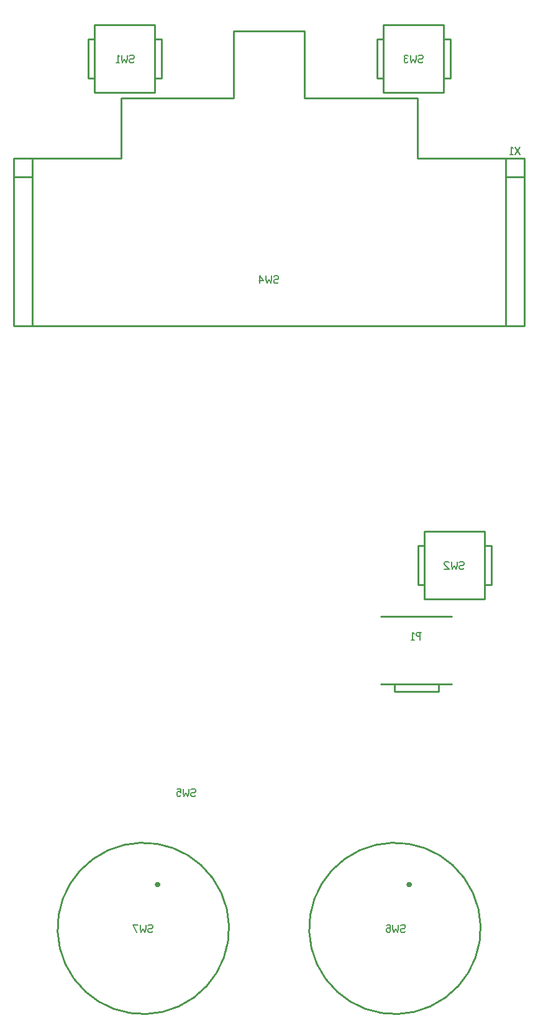
<source format=gbr>
G04 start of page 9 for group -4078 idx -4078 *
G04 Title: (unknown), bottomsilk *
G04 Creator: pcb 20110918 *
G04 CreationDate: Tue 28 Jun 2016 03:12:40 AM GMT UTC *
G04 For: railfan *
G04 Format: Gerber/RS-274X *
G04 PCB-Dimensions: 275000 550000 *
G04 PCB-Coordinate-Origin: lower left *
%MOIN*%
%FSLAX25Y25*%
%LNBOTTOMSILK*%
%ADD107C,0.0080*%
%ADD106C,0.0300*%
%ADD105C,0.0100*%
G54D105*X500Y468500D02*Y458500D01*
X10500D01*
X500Y468500D02*X10500D01*
X500D02*Y378500D01*
X10500Y468500D02*Y378500D01*
X264500Y468500D02*Y458500D01*
X274500D01*
X264500Y468500D02*X274500D01*
X264500D02*Y378500D01*
X274500Y468500D02*Y378500D01*
X500Y468500D02*X58000D01*
X500Y378500D02*X274500D01*
X58000Y501000D02*X118500D01*
X58000D02*Y468500D01*
X156500Y501000D02*X217000D01*
X118500Y537000D02*X156500D01*
X118500D02*Y501000D01*
X156500Y537000D02*Y501000D01*
X217000D02*Y468500D01*
X274500D01*
X76100Y540100D02*Y503900D01*
X43900Y540100D02*X76100D01*
X43900D02*Y503900D01*
X76100D01*
X79700Y532600D02*Y511400D01*
X40300Y532600D02*Y511400D01*
X76100D02*X79700D01*
X76100Y532600D02*X79700D01*
X40300Y511400D02*X43900D01*
X40300Y532600D02*X43900D01*
X231100Y540100D02*Y503900D01*
X198900Y540100D02*X231100D01*
X198900D02*Y503900D01*
X231100D01*
X234700Y532600D02*Y511400D01*
X195300Y532600D02*Y511400D01*
X231100D02*X234700D01*
X231100Y532600D02*X234700D01*
X195300Y511400D02*X198900D01*
X195300Y532600D02*X198900D01*
X253100Y268100D02*Y231900D01*
X220900Y268100D02*X253100D01*
X220900D02*Y231900D01*
X253100D01*
X256700Y260600D02*Y239400D01*
X217300Y260600D02*Y239400D01*
X253100D02*X256700D01*
X253100Y260600D02*X256700D01*
X217300Y239400D02*X220900D01*
X217300Y260600D02*X220900D01*
G54D106*X77657Y78487D02*G75*G03X77657Y78487I882J-1214D01*G01*
G54D105*X42962Y92215D02*G75*G03X42962Y92215I27038J-37215D01*G01*
G54D106*X212657Y78487D02*G75*G03X212657Y78487I882J-1214D01*G01*
G54D105*X177962Y92215D02*G75*G03X177962Y92215I27038J-37215D01*G01*
X197406Y222441D02*X235594D01*
X197406Y186220D02*X235594D01*
X204689Y182283D02*X228311D01*
Y186220D02*Y182283D01*
X204689Y186220D02*Y182283D01*
G54D107*X96000Y130000D02*X95500Y129500D01*
X96000Y130000D02*X97500D01*
X98000Y129500D02*X97500Y130000D01*
X98000Y128500D02*Y129500D01*
Y128500D02*X97500Y128000D01*
X96000D02*X97500D01*
X96000D02*X95500Y127500D01*
Y126500D02*Y127500D01*
X96000Y126000D02*X95500Y126500D01*
X96000Y126000D02*X97500D01*
X98000Y126500D02*X97500Y126000D01*
X94300Y128000D02*Y130000D01*
Y128000D02*X93800Y126000D01*
X92800Y128000D01*
X91800Y126000D01*
X91300Y128000D01*
Y130000D01*
X88100D02*X90100D01*
Y128000D02*Y130000D01*
Y128000D02*X89600Y128500D01*
X88600D02*X89600D01*
X88600D02*X88100Y128000D01*
Y126500D02*Y128000D01*
X88600Y126000D02*X88100Y126500D01*
X88600Y126000D02*X89600D01*
X90100Y126500D02*X89600Y126000D01*
X73000Y57000D02*X72500Y56500D01*
X73000Y57000D02*X74500D01*
X75000Y56500D02*X74500Y57000D01*
X75000Y55500D02*Y56500D01*
Y55500D02*X74500Y55000D01*
X73000D02*X74500D01*
X73000D02*X72500Y54500D01*
Y53500D02*Y54500D01*
X73000Y53000D02*X72500Y53500D01*
X73000Y53000D02*X74500D01*
X75000Y53500D02*X74500Y53000D01*
X71300Y55000D02*Y57000D01*
Y55000D02*X70800Y53000D01*
X69800Y55000D01*
X68800Y53000D01*
X68300Y55000D01*
Y57000D01*
X66600Y53000D02*X64600Y57000D01*
X67100D01*
X208500D02*X208000Y56500D01*
X208500Y57000D02*X210000D01*
X210500Y56500D02*X210000Y57000D01*
X210500Y55500D02*Y56500D01*
Y55500D02*X210000Y55000D01*
X208500D02*X210000D01*
X208500D02*X208000Y54500D01*
Y53500D02*Y54500D01*
X208500Y53000D02*X208000Y53500D01*
X208500Y53000D02*X210000D01*
X210500Y53500D02*X210000Y53000D01*
X206800Y55000D02*Y57000D01*
Y55000D02*X206300Y53000D01*
X205300Y55000D01*
X204300Y53000D01*
X203800Y55000D01*
Y57000D01*
X201100D02*X200600Y56500D01*
X201100Y57000D02*X202100D01*
X202600Y56500D02*X202100Y57000D01*
X202600Y53500D02*Y56500D01*
Y53500D02*X202100Y53000D01*
X201100Y55200D02*X200600Y54700D01*
X201100Y55200D02*X202600D01*
X201100Y53000D02*X202100D01*
X201100D02*X200600Y53500D01*
Y54700D01*
X218500Y210000D02*Y214000D01*
X217000D02*X219000D01*
X217000D02*X216500Y213500D01*
Y212500D02*Y213500D01*
X217000Y212000D02*X216500Y212500D01*
X217000Y212000D02*X218500D01*
X215300Y213200D02*X214500Y214000D01*
Y210000D02*Y214000D01*
X213800Y210000D02*X215300D01*
X240000Y252000D02*X239500Y251500D01*
X240000Y252000D02*X241500D01*
X242000Y251500D02*X241500Y252000D01*
X242000Y250500D02*Y251500D01*
Y250500D02*X241500Y250000D01*
X240000D02*X241500D01*
X240000D02*X239500Y249500D01*
Y248500D02*Y249500D01*
X240000Y248000D02*X239500Y248500D01*
X240000Y248000D02*X241500D01*
X242000Y248500D02*X241500Y248000D01*
X238300Y250000D02*Y252000D01*
Y250000D02*X237800Y248000D01*
X236800Y250000D01*
X235800Y248000D01*
X235300Y250000D01*
Y252000D01*
X234100Y251500D02*X233600Y252000D01*
X232100D02*X233600D01*
X232100D02*X231600Y251500D01*
Y250500D02*Y251500D01*
X234100Y248000D02*X231600Y250500D01*
Y248000D02*X234100D01*
X272000Y470500D02*X269500Y474500D01*
X272000D02*X269500Y470500D01*
X268300Y473700D02*X267500Y474500D01*
Y470500D02*Y474500D01*
X266800Y470500D02*X268300D01*
X218000Y524000D02*X217500Y523500D01*
X218000Y524000D02*X219500D01*
X220000Y523500D02*X219500Y524000D01*
X220000Y522500D02*Y523500D01*
Y522500D02*X219500Y522000D01*
X218000D02*X219500D01*
X218000D02*X217500Y521500D01*
Y520500D02*Y521500D01*
X218000Y520000D02*X217500Y520500D01*
X218000Y520000D02*X219500D01*
X220000Y520500D02*X219500Y520000D01*
X216300Y522000D02*Y524000D01*
Y522000D02*X215800Y520000D01*
X214800Y522000D01*
X213800Y520000D01*
X213300Y522000D01*
Y524000D01*
X212100Y523500D02*X211600Y524000D01*
X210600D02*X211600D01*
X210600D02*X210100Y523500D01*
X210600Y520000D02*X210100Y520500D01*
X210600Y520000D02*X211600D01*
X212100Y520500D02*X211600Y520000D01*
X210600Y522200D02*X211600D01*
X210100Y522700D02*Y523500D01*
Y520500D02*Y521700D01*
X210600Y522200D01*
X210100Y522700D02*X210600Y522200D01*
X63000Y524000D02*X62500Y523500D01*
X63000Y524000D02*X64500D01*
X65000Y523500D02*X64500Y524000D01*
X65000Y522500D02*Y523500D01*
Y522500D02*X64500Y522000D01*
X63000D02*X64500D01*
X63000D02*X62500Y521500D01*
Y520500D02*Y521500D01*
X63000Y520000D02*X62500Y520500D01*
X63000Y520000D02*X64500D01*
X65000Y520500D02*X64500Y520000D01*
X61300Y522000D02*Y524000D01*
Y522000D02*X60800Y520000D01*
X59800Y522000D01*
X58800Y520000D01*
X58300Y522000D01*
Y524000D01*
X57100Y523200D02*X56300Y524000D01*
Y520000D02*Y524000D01*
X55600Y520000D02*X57100D01*
X140500Y405500D02*X140000Y405000D01*
X140500Y405500D02*X142000D01*
X142500Y405000D02*X142000Y405500D01*
X142500Y404000D02*Y405000D01*
Y404000D02*X142000Y403500D01*
X140500D02*X142000D01*
X140500D02*X140000Y403000D01*
Y402000D02*Y403000D01*
X140500Y401500D02*X140000Y402000D01*
X140500Y401500D02*X142000D01*
X142500Y402000D02*X142000Y401500D01*
X138800Y403500D02*Y405500D01*
Y403500D02*X138300Y401500D01*
X137300Y403500D01*
X136300Y401500D01*
X135800Y403500D01*
Y405500D01*
X134600Y403000D02*X132600Y405500D01*
X132100Y403000D02*X134600D01*
X132600Y401500D02*Y405500D01*
M02*

</source>
